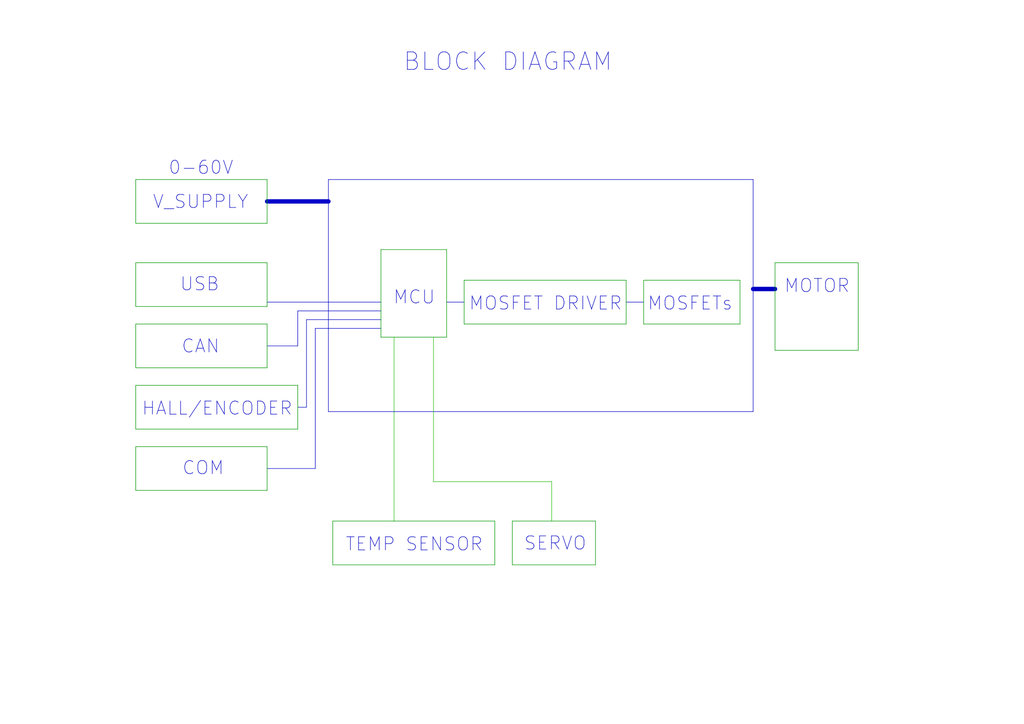
<source format=kicad_sch>
(kicad_sch
	(version 20250114)
	(generator "eeschema")
	(generator_version "9.0")
	(uuid "eaba1d12-0fb0-4e42-a3ac-4adc58bac6d7")
	(paper "A4")
	(lib_symbols)
	(text "MOSFET DRIVER"
		(exclude_from_sim no)
		(at 158.242 88.138 0)
		(effects
			(font
				(size 3.81 3.81)
			)
		)
		(uuid "06e5517a-766d-4442-9b8b-f1943dc25754")
	)
	(text "USB"
		(exclude_from_sim no)
		(at 57.912 82.55 0)
		(effects
			(font
				(size 3.81 3.81)
			)
		)
		(uuid "0a3dde91-3fef-411e-a3f5-94271fd01a38")
	)
	(text "CAN"
		(exclude_from_sim no)
		(at 58.166 100.584 0)
		(effects
			(font
				(size 3.81 3.81)
			)
		)
		(uuid "1b6d27f5-6868-4fd6-b660-8ccaf9f86062")
	)
	(text "COM"
		(exclude_from_sim no)
		(at 58.928 135.89 0)
		(effects
			(font
				(size 3.81 3.81)
			)
		)
		(uuid "3daa98eb-7413-4d18-b12c-485aa8288f43")
	)
	(text "TEMP SENSOR"
		(exclude_from_sim no)
		(at 120.142 157.988 0)
		(effects
			(font
				(size 3.81 3.81)
			)
		)
		(uuid "3f6da05d-2d91-4dbe-9875-751cf0a8d4a5")
	)
	(text "BLOCK DIAGRAM"
		(exclude_from_sim no)
		(at 116.84 18.034 0)
		(effects
			(font
				(size 5.08 5.08)
			)
			(justify left)
		)
		(uuid "48983acd-7b90-4b74-814e-2538dc14588c")
	)
	(text "SERVO"
		(exclude_from_sim no)
		(at 161.036 157.734 0)
		(effects
			(font
				(size 3.81 3.81)
			)
		)
		(uuid "581d9087-715f-486e-b589-f5e8065f2605")
	)
	(text "HALL/ENCODER"
		(exclude_from_sim no)
		(at 62.992 118.618 0)
		(effects
			(font
				(size 3.81 3.81)
			)
		)
		(uuid "7f907ea9-9ecb-4b6a-956d-2244a291d080")
	)
	(text "0-60V"
		(exclude_from_sim no)
		(at 48.768 48.768 0)
		(effects
			(font
				(size 3.81 3.81)
			)
			(justify left)
		)
		(uuid "9cb4a1bc-c40f-4122-8133-a431532ec902")
	)
	(text "V_SUPPLY"
		(exclude_from_sim no)
		(at 44.196 58.674 0)
		(effects
			(font
				(size 3.81 3.81)
			)
			(justify left)
		)
		(uuid "cc76a221-eb75-49d9-bcd0-003b67236cbf")
	)
	(text "MCU"
		(exclude_from_sim no)
		(at 120.142 86.36 0)
		(effects
			(font
				(size 3.81 3.81)
			)
		)
		(uuid "d411af39-736e-4e32-9a69-ea25c591660c")
	)
	(text "MOSFETs"
		(exclude_from_sim no)
		(at 200.152 88.138 0)
		(effects
			(font
				(size 3.81 3.81)
			)
		)
		(uuid "ec324147-3e4b-41ab-a8d5-05b23567113d")
	)
	(text "MOTOR"
		(exclude_from_sim no)
		(at 236.982 83.058 0)
		(effects
			(font
				(size 3.81 3.81)
			)
		)
		(uuid "efb2989c-6dae-4fb7-901f-49aa22653e77")
	)
	(polyline
		(pts
			(xy 95.25 119.38) (xy 218.44 119.38)
		)
		(stroke
			(width 0)
			(type solid)
		)
		(uuid "03baa5fa-1e85-46e1-86a1-d91bfc850032")
	)
	(wire
		(pts
			(xy 110.49 97.79) (xy 129.54 97.79)
		)
		(stroke
			(width 0)
			(type solid)
		)
		(uuid "03d1e977-2a25-490f-b711-611d8c90bf20")
	)
	(wire
		(pts
			(xy 39.37 76.2) (xy 77.47 76.2)
		)
		(stroke
			(width 0)
			(type solid)
		)
		(uuid "0826c4d7-462c-4411-af98-da948bb8efc3")
	)
	(wire
		(pts
			(xy 77.47 142.24) (xy 77.47 129.54)
		)
		(stroke
			(width 0)
			(type solid)
		)
		(uuid "09d68924-3482-478b-bdc9-88b6f96891d5")
	)
	(wire
		(pts
			(xy 39.37 111.76) (xy 86.36 111.76)
		)
		(stroke
			(width 0)
			(type solid)
		)
		(uuid "0e99fbde-b3cd-4686-b17b-4b12edcd99f7")
	)
	(wire
		(pts
			(xy 39.37 52.07) (xy 77.47 52.07)
		)
		(stroke
			(width 0)
			(type solid)
		)
		(uuid "0f43a7c6-617c-4eab-a2b5-2cdf1c2d7a47")
	)
	(polyline
		(pts
			(xy 77.47 100.33) (xy 86.36 100.33)
		)
		(stroke
			(width 0)
			(type default)
		)
		(uuid "12642845-a75d-44db-8ef5-6a5345b782cd")
	)
	(polyline
		(pts
			(xy 218.44 83.82) (xy 224.79 83.82)
		)
		(stroke
			(width 1.27)
			(type solid)
		)
		(uuid "1781fa4a-14c9-4306-8721-474dc55f099d")
	)
	(wire
		(pts
			(xy 134.62 81.28) (xy 134.62 93.98)
		)
		(stroke
			(width 0)
			(type solid)
		)
		(uuid "1bcbbb05-9290-428b-8fe8-edc3f81ef1e2")
	)
	(wire
		(pts
			(xy 248.92 101.6) (xy 248.92 76.2)
		)
		(stroke
			(width 0)
			(type solid)
		)
		(uuid "2091b5a3-d104-4b58-8674-3ccb762b9f59")
	)
	(wire
		(pts
			(xy 224.79 76.2) (xy 248.92 76.2)
		)
		(stroke
			(width 0)
			(type solid)
		)
		(uuid "22ec6e08-4696-4588-9a4e-19c4867c3052")
	)
	(wire
		(pts
			(xy 181.61 93.98) (xy 181.61 81.28)
		)
		(stroke
			(width 0)
			(type solid)
		)
		(uuid "2bae32b5-7e2b-42a9-96c9-3f9309251c77")
	)
	(polyline
		(pts
			(xy 77.47 87.63) (xy 110.49 87.63)
		)
		(stroke
			(width 0)
			(type default)
		)
		(uuid "2e5e006c-6562-4ac2-99cf-96d0756283e7")
	)
	(polyline
		(pts
			(xy 95.25 52.07) (xy 218.44 52.07)
		)
		(stroke
			(width 0)
			(type solid)
		)
		(uuid "36c2701a-3993-46ce-a096-b5fdbf1fb9b3")
	)
	(polyline
		(pts
			(xy 77.47 58.42) (xy 95.25 58.42)
		)
		(stroke
			(width 1.27)
			(type solid)
		)
		(uuid "37d9d7f8-f42d-487c-bc0c-7ea3493e43c8")
	)
	(wire
		(pts
			(xy 186.69 93.98) (xy 214.63 93.98)
		)
		(stroke
			(width 0)
			(type solid)
		)
		(uuid "3afc48b3-d057-4d8f-bc38-fb3a00b9b915")
	)
	(wire
		(pts
			(xy 39.37 111.76) (xy 39.37 124.46)
		)
		(stroke
			(width 0)
			(type solid)
		)
		(uuid "3cd838f6-241a-4162-a5b3-c7228c658b8f")
	)
	(wire
		(pts
			(xy 134.62 81.28) (xy 181.61 81.28)
		)
		(stroke
			(width 0)
			(type solid)
		)
		(uuid "44edf804-6a7c-470a-b74d-92442a227d86")
	)
	(wire
		(pts
			(xy 186.69 81.28) (xy 186.69 93.98)
		)
		(stroke
			(width 0)
			(type solid)
		)
		(uuid "4aa67a20-2c56-458c-9b42-ba3a06c532d0")
	)
	(polyline
		(pts
			(xy 91.44 135.89) (xy 91.44 95.25)
		)
		(stroke
			(width 0)
			(type default)
		)
		(uuid "4adf8675-26fd-47ec-8788-15d64f3936ec")
	)
	(wire
		(pts
			(xy 39.37 129.54) (xy 39.37 142.24)
		)
		(stroke
			(width 0)
			(type solid)
		)
		(uuid "50ac05a7-1c97-4856-a160-265705df8a45")
	)
	(wire
		(pts
			(xy 143.51 163.83) (xy 143.51 151.13)
		)
		(stroke
			(width 0)
			(type solid)
		)
		(uuid "518038fc-256a-436e-bbad-070183cc35b0")
	)
	(wire
		(pts
			(xy 39.37 52.07) (xy 39.37 64.77)
		)
		(stroke
			(width 0)
			(type solid)
		)
		(uuid "52336337-b275-446a-a60c-c6feb9d64fea")
	)
	(polyline
		(pts
			(xy 91.44 95.25) (xy 110.49 95.25)
		)
		(stroke
			(width 0)
			(type default)
		)
		(uuid "53276718-1270-41bf-8468-ec538de29669")
	)
	(wire
		(pts
			(xy 86.36 124.46) (xy 86.36 111.76)
		)
		(stroke
			(width 0)
			(type solid)
		)
		(uuid "58be4a21-c706-4408-9364-8d4415bab6b0")
	)
	(wire
		(pts
			(xy 39.37 93.98) (xy 39.37 106.68)
		)
		(stroke
			(width 0)
			(type solid)
		)
		(uuid "5dab49f0-ae9b-4fa9-8999-0888fcba7e5d")
	)
	(wire
		(pts
			(xy 110.49 72.39) (xy 129.54 72.39)
		)
		(stroke
			(width 0)
			(type solid)
		)
		(uuid "644f8394-1228-4e83-93c2-ca126bb36491")
	)
	(wire
		(pts
			(xy 77.47 106.68) (xy 77.47 93.98)
		)
		(stroke
			(width 0)
			(type solid)
		)
		(uuid "660e6bda-64e7-4c04-aeca-46120275b4d3")
	)
	(polyline
		(pts
			(xy 218.44 119.38) (xy 218.44 52.07)
		)
		(stroke
			(width 0)
			(type solid)
		)
		(uuid "6830d744-b0ff-4211-8aa8-faa27a903a8a")
	)
	(wire
		(pts
			(xy 77.47 88.9) (xy 77.47 76.2)
		)
		(stroke
			(width 0)
			(type solid)
		)
		(uuid "74652a7f-ee84-4fc4-afd2-1b21cd644fcb")
	)
	(polyline
		(pts
			(xy 181.61 87.63) (xy 186.69 87.63)
		)
		(stroke
			(width 0)
			(type default)
		)
		(uuid "747a5d5e-eac7-4fef-ac5e-9597161f12c0")
	)
	(polyline
		(pts
			(xy 88.9 118.11) (xy 88.9 92.71)
		)
		(stroke
			(width 0)
			(type default)
		)
		(uuid "77144ed0-f431-4f30-a15e-a5de85524f78")
	)
	(polyline
		(pts
			(xy 129.54 87.63) (xy 134.62 87.63)
		)
		(stroke
			(width 0)
			(type default)
		)
		(uuid "7a538c9e-4593-4b09-8f33-9d1175ed356e")
	)
	(wire
		(pts
			(xy 172.72 163.83) (xy 172.72 151.13)
		)
		(stroke
			(width 0)
			(type solid)
		)
		(uuid "838be799-cf46-4f60-9eaf-20a449423627")
	)
	(polyline
		(pts
			(xy 95.25 52.07) (xy 95.25 119.38)
		)
		(stroke
			(width 0)
			(type solid)
		)
		(uuid "84ba8298-7f0d-483a-8512-c7dec5a8e53c")
	)
	(wire
		(pts
			(xy 214.63 93.98) (xy 214.63 81.28)
		)
		(stroke
			(width 0)
			(type solid)
		)
		(uuid "87802dc5-15fb-4d5f-8734-c58be6b945be")
	)
	(polyline
		(pts
			(xy 114.3 97.79) (xy 114.3 151.13)
		)
		(stroke
			(width 0)
			(type default)
			(color 41 192 15 1)
		)
		(uuid "98364bda-bbfb-4f06-b906-da6e0957f905")
	)
	(wire
		(pts
			(xy 39.37 64.77) (xy 77.47 64.77)
		)
		(stroke
			(width 0)
			(type solid)
		)
		(uuid "99237526-facd-4381-81c3-277eb7834ae4")
	)
	(wire
		(pts
			(xy 134.62 93.98) (xy 181.61 93.98)
		)
		(stroke
			(width 0)
			(type solid)
		)
		(uuid "9c4473a3-a63e-4d07-8608-9899737ebccb")
	)
	(wire
		(pts
			(xy 129.54 97.79) (xy 129.54 72.39)
		)
		(stroke
			(width 0)
			(type solid)
		)
		(uuid "a07a4dbc-92e8-454d-bb2c-af2d0fb021ae")
	)
	(wire
		(pts
			(xy 77.47 64.77) (xy 77.47 52.07)
		)
		(stroke
			(width 0)
			(type solid)
		)
		(uuid "a8f80fbc-6b34-4fcd-9b2f-4217dcbcedad")
	)
	(wire
		(pts
			(xy 39.37 129.54) (xy 77.47 129.54)
		)
		(stroke
			(width 0)
			(type solid)
		)
		(uuid "aae878e4-ae0f-40a7-9004-586ec51c05b0")
	)
	(wire
		(pts
			(xy 96.52 163.83) (xy 143.51 163.83)
		)
		(stroke
			(width 0)
			(type solid)
		)
		(uuid "ae2c755a-47cf-4fe3-a200-69ec3380401a")
	)
	(wire
		(pts
			(xy 224.79 76.2) (xy 224.79 101.6)
		)
		(stroke
			(width 0)
			(type solid)
		)
		(uuid "b10a9d7e-6757-432f-aaa5-026596ed5642")
	)
	(wire
		(pts
			(xy 39.37 88.9) (xy 77.47 88.9)
		)
		(stroke
			(width 0)
			(type solid)
		)
		(uuid "b63488c0-c382-4999-a211-84ebdc51a200")
	)
	(polyline
		(pts
			(xy 86.36 90.17) (xy 110.49 90.17)
		)
		(stroke
			(width 0)
			(type default)
		)
		(uuid "b9fccf8c-c6c3-4bb1-82f7-75422b149cb9")
	)
	(polyline
		(pts
			(xy 88.9 92.71) (xy 110.49 92.71)
		)
		(stroke
			(width 0)
			(type default)
		)
		(uuid "bc77b994-7840-4e68-951a-44c592b5619e")
	)
	(polyline
		(pts
			(xy 160.02 139.7) (xy 160.02 151.13)
		)
		(stroke
			(width 0)
			(type default)
			(color 41 192 15 1)
		)
		(uuid "c5889ef0-c29e-40a7-8828-bb9d8c0a24de")
	)
	(polyline
		(pts
			(xy 86.36 118.11) (xy 88.9 118.11)
		)
		(stroke
			(width 0)
			(type default)
		)
		(uuid "cb81cf66-f757-48b1-b24b-5f955bde3089")
	)
	(wire
		(pts
			(xy 39.37 76.2) (xy 39.37 88.9)
		)
		(stroke
			(width 0)
			(type solid)
		)
		(uuid "cd208b70-0cee-4cfb-9209-bc428ffdadd5")
	)
	(wire
		(pts
			(xy 39.37 93.98) (xy 77.47 93.98)
		)
		(stroke
			(width 0)
			(type solid)
		)
		(uuid "cee5a480-bd4e-452f-85e3-0a7640ff5b5e")
	)
	(polyline
		(pts
			(xy 125.73 97.79) (xy 125.73 139.7)
		)
		(stroke
			(width 0)
			(type default)
			(color 41 192 15 1)
		)
		(uuid "cef29f08-849c-471a-a378-f9637c9421b5")
	)
	(wire
		(pts
			(xy 110.49 72.39) (xy 110.49 97.79)
		)
		(stroke
			(width 0)
			(type solid)
		)
		(uuid "d28be0be-a2e0-4eca-ac16-d5d3bbb7067a")
	)
	(wire
		(pts
			(xy 39.37 106.68) (xy 77.47 106.68)
		)
		(stroke
			(width 0)
			(type solid)
		)
		(uuid "d5d0fa29-ba26-43ea-95e3-2d081ee4856c")
	)
	(wire
		(pts
			(xy 96.52 151.13) (xy 96.52 163.83)
		)
		(stroke
			(width 0)
			(type solid)
		)
		(uuid "d94675a6-076b-4481-ba2d-efc5c9f4c9f6")
	)
	(wire
		(pts
			(xy 148.59 163.83) (xy 172.72 163.83)
		)
		(stroke
			(width 0)
			(type solid)
		)
		(uuid "deb6fd31-d3b4-4211-8e93-ea2ed9ca5385")
	)
	(wire
		(pts
			(xy 39.37 142.24) (xy 77.47 142.24)
		)
		(stroke
			(width 0)
			(type solid)
		)
		(uuid "e0dc7569-b158-4d25-840b-8897d0973248")
	)
	(wire
		(pts
			(xy 186.69 81.28) (xy 214.63 81.28)
		)
		(stroke
			(width 0)
			(type solid)
		)
		(uuid "e5c26a8e-09f7-4197-9dc2-e9ed682228a1")
	)
	(polyline
		(pts
			(xy 77.47 135.89) (xy 91.44 135.89)
		)
		(stroke
			(width 0)
			(type default)
		)
		(uuid "e76ef399-d77b-4b47-8346-78732513c070")
	)
	(wire
		(pts
			(xy 148.59 151.13) (xy 148.59 163.83)
		)
		(stroke
			(width 0)
			(type solid)
		)
		(uuid "eb66d6d1-4652-42c5-96be-4fd19b7dca53")
	)
	(wire
		(pts
			(xy 39.37 124.46) (xy 86.36 124.46)
		)
		(stroke
			(width 0)
			(type solid)
		)
		(uuid "ecfa92cb-2172-4fb7-832b-9d1c48484f78")
	)
	(wire
		(pts
			(xy 96.52 151.13) (xy 143.51 151.13)
		)
		(stroke
			(width 0)
			(type solid)
		)
		(uuid "ee0bf236-100a-4491-85b2-ab116834321e")
	)
	(wire
		(pts
			(xy 148.59 151.13) (xy 172.72 151.13)
		)
		(stroke
			(width 0)
			(type solid)
		)
		(uuid "eeb2c219-02c1-4a76-b7e1-7df584bf4365")
	)
	(wire
		(pts
			(xy 224.79 101.6) (xy 248.92 101.6)
		)
		(stroke
			(width 0)
			(type solid)
		)
		(uuid "fad8705b-96ad-4cb3-ae5c-872c00a22ccd")
	)
	(polyline
		(pts
			(xy 86.36 100.33) (xy 86.36 90.17)
		)
		(stroke
			(width 0)
			(type default)
		)
		(uuid "fc2b54ba-aacb-44a3-b7e4-965bd7abf0b7")
	)
	(polyline
		(pts
			(xy 125.73 139.7) (xy 160.02 139.7)
		)
		(stroke
			(width 0)
			(type default)
			(color 41 192 15 1)
		)
		(uuid "ff57365c-0986-4af1-83c3-2b9ada2b45e1")
	)
)

</source>
